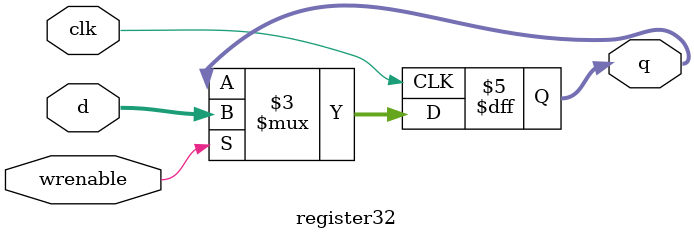
<source format=v>
module register32
(
output reg  [31:0]q,
input       [31:0]d,
input       wrenable,
input       clk
);
    always @(posedge clk) begin
        if(wrenable) begin
            q = d;
        end
    end
endmodule
</source>
